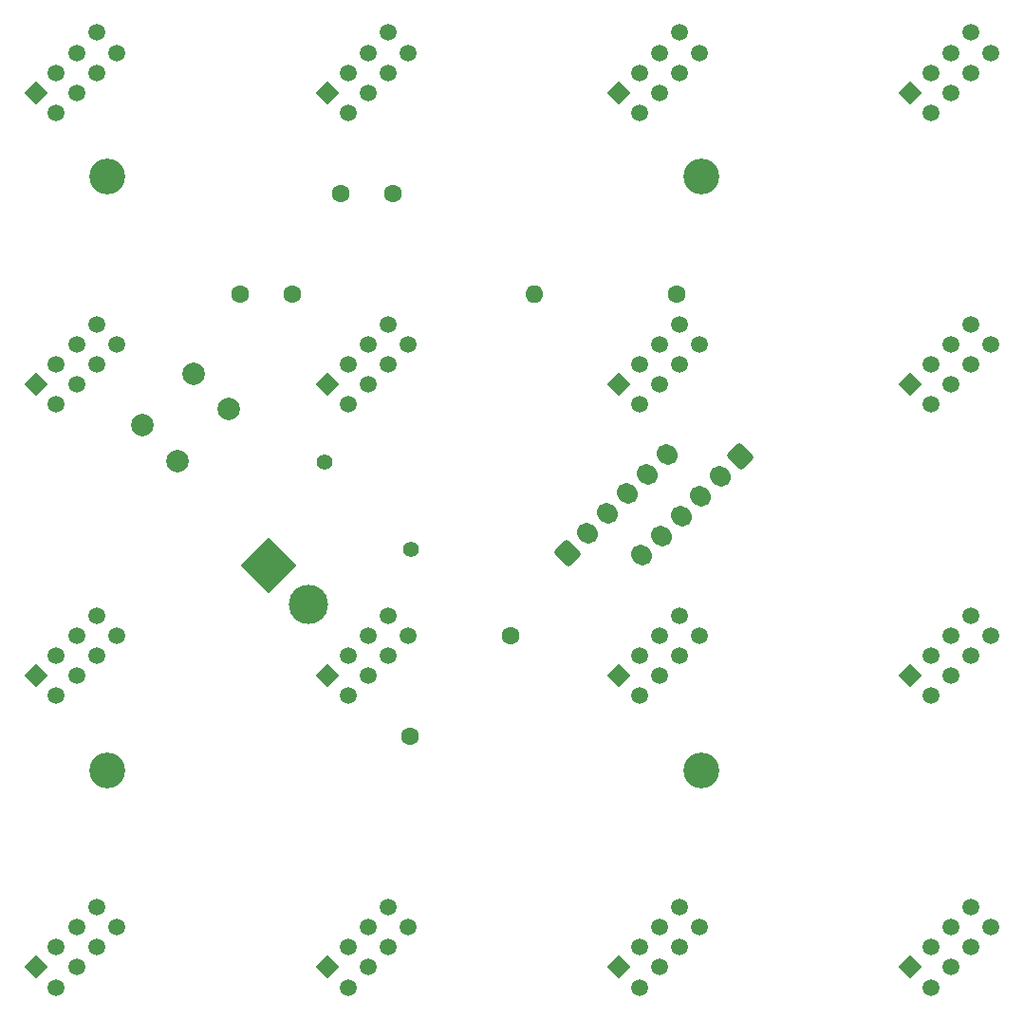
<source format=gbr>
%TF.GenerationSoftware,KiCad,Pcbnew,(6.0.1-0)*%
%TF.CreationDate,2022-09-26T15:58:14+02:00*%
%TF.ProjectId,wifi_camera,77696669-5f63-4616-9d65-72612e6b6963,rev?*%
%TF.SameCoordinates,Original*%
%TF.FileFunction,Soldermask,Bot*%
%TF.FilePolarity,Negative*%
%FSLAX46Y46*%
G04 Gerber Fmt 4.6, Leading zero omitted, Abs format (unit mm)*
G04 Created by KiCad (PCBNEW (6.0.1-0)) date 2022-09-26 15:58:14*
%MOMM*%
%LPD*%
G01*
G04 APERTURE LIST*
G04 Aperture macros list*
%AMRoundRect*
0 Rectangle with rounded corners*
0 $1 Rounding radius*
0 $2 $3 $4 $5 $6 $7 $8 $9 X,Y pos of 4 corners*
0 Add a 4 corners polygon primitive as box body*
4,1,4,$2,$3,$4,$5,$6,$7,$8,$9,$2,$3,0*
0 Add four circle primitives for the rounded corners*
1,1,$1+$1,$2,$3*
1,1,$1+$1,$4,$5*
1,1,$1+$1,$6,$7*
1,1,$1+$1,$8,$9*
0 Add four rect primitives between the rounded corners*
20,1,$1+$1,$2,$3,$4,$5,0*
20,1,$1+$1,$4,$5,$6,$7,0*
20,1,$1+$1,$6,$7,$8,$9,0*
20,1,$1+$1,$8,$9,$2,$3,0*%
%AMHorizOval*
0 Thick line with rounded ends*
0 $1 width*
0 $2 $3 position (X,Y) of the first rounded end (center of the circle)*
0 $4 $5 position (X,Y) of the second rounded end (center of the circle)*
0 Add line between two ends*
20,1,$1,$2,$3,$4,$5,0*
0 Add two circle primitives to create the rounded ends*
1,1,$1,$2,$3*
1,1,$1,$4,$5*%
%AMRotRect*
0 Rectangle, with rotation*
0 The origin of the aperture is its center*
0 $1 length*
0 $2 width*
0 $3 Rotation angle, in degrees counterclockwise*
0 Add horizontal line*
21,1,$1,$2,0,0,$3*%
G04 Aperture macros list end*
%ADD10C,1.600000*%
%ADD11HorizOval,1.600000X0.000000X0.000000X0.000000X0.000000X0*%
%ADD12O,1.600000X1.600000*%
%ADD13C,2.000000*%
%ADD14RotRect,1.500000X1.500000X45.000000*%
%ADD15C,1.500000*%
%ADD16C,3.200000*%
%ADD17C,1.400000*%
%ADD18RotRect,3.500000X3.500000X135.000000*%
%ADD19C,3.500000*%
%ADD20RoundRect,0.250000X0.088388X-0.936916X0.936916X-0.088388X-0.088388X0.936916X-0.936916X0.088388X0*%
%ADD21HorizOval,1.700000X-0.088388X0.088388X0.088388X-0.088388X0*%
%ADD22RoundRect,0.250000X-0.088388X0.936916X-0.936916X0.088388X0.088388X-0.936916X0.936916X-0.088388X0*%
G04 APERTURE END LIST*
D10*
%TO.C,R4*%
X79509872Y-119990128D03*
D11*
X88490128Y-111009872D03*
%TD*%
%TO.C,R3*%
X77990128Y-71519744D03*
D10*
X69009872Y-80500000D03*
%TD*%
D11*
%TO.C,R2*%
X73320384Y-71519744D03*
D10*
X64340128Y-80500000D03*
%TD*%
%TO.C,R1*%
X103350000Y-80500000D03*
D12*
X90650000Y-80500000D03*
%TD*%
D13*
%TO.C,SW1*%
X63389088Y-90792894D03*
X58792894Y-95389088D03*
X60207108Y-87610913D03*
X55610913Y-92207107D03*
%TD*%
D14*
%TO.C,U1*%
X46181981Y-62570134D03*
D15*
X47978032Y-60774083D03*
X49774083Y-58978032D03*
X51570134Y-57181981D03*
X47978032Y-64366185D03*
X49774083Y-62570134D03*
X51570134Y-60774083D03*
X53366185Y-58978032D03*
%TD*%
D14*
%TO.C,U3*%
X46181981Y-114570134D03*
D15*
X47978032Y-112774083D03*
X49774083Y-110978032D03*
X51570134Y-109181981D03*
X47978032Y-116366185D03*
X49774083Y-114570134D03*
X51570134Y-112774083D03*
X53366185Y-110978032D03*
%TD*%
D14*
%TO.C,U14*%
X124181981Y-88570134D03*
D15*
X125978032Y-86774083D03*
X127774083Y-84978032D03*
X129570134Y-83181981D03*
X125978032Y-90366185D03*
X127774083Y-88570134D03*
X129570134Y-86774083D03*
X131366185Y-84978032D03*
%TD*%
D14*
%TO.C,U12*%
X98181981Y-140570134D03*
D15*
X99978032Y-138774083D03*
X101774083Y-136978032D03*
X103570134Y-135181981D03*
X99978032Y-142366185D03*
X101774083Y-140570134D03*
X103570134Y-138774083D03*
X105366185Y-136978032D03*
%TD*%
D14*
%TO.C,U10*%
X98181981Y-88570134D03*
D15*
X99978032Y-86774083D03*
X101774083Y-84978032D03*
X103570134Y-83181981D03*
X99978032Y-90366185D03*
X101774083Y-88570134D03*
X103570134Y-86774083D03*
X105366185Y-84978032D03*
%TD*%
D14*
%TO.C,U16*%
X124181981Y-140570134D03*
D15*
X125978032Y-138774083D03*
X127774083Y-136978032D03*
X129570134Y-135181981D03*
X125978032Y-142366185D03*
X127774083Y-140570134D03*
X129570134Y-138774083D03*
X131366185Y-136978032D03*
%TD*%
D16*
%TO.C,H2*%
X105500000Y-70000000D03*
%TD*%
D14*
%TO.C,U13*%
X124181981Y-62570134D03*
D15*
X125978032Y-60774083D03*
X127774083Y-58978032D03*
X129570134Y-57181981D03*
X125978032Y-64366185D03*
X127774083Y-62570134D03*
X129570134Y-60774083D03*
X131366185Y-58978032D03*
%TD*%
D14*
%TO.C,U15*%
X124181981Y-114570134D03*
D15*
X125978032Y-112774083D03*
X127774083Y-110978032D03*
X129570134Y-109181981D03*
X125978032Y-116366185D03*
X127774083Y-114570134D03*
X129570134Y-112774083D03*
X131366185Y-110978032D03*
%TD*%
D14*
%TO.C,U4*%
X46181981Y-140570134D03*
D15*
X47978032Y-138774083D03*
X49774083Y-136978032D03*
X51570134Y-135181981D03*
X47978032Y-142366185D03*
X49774083Y-140570134D03*
X51570134Y-138774083D03*
X53366185Y-136978032D03*
%TD*%
D14*
%TO.C,U7*%
X72181981Y-114570134D03*
D15*
X73978032Y-112774083D03*
X75774083Y-110978032D03*
X77570134Y-109181981D03*
X73978032Y-116366185D03*
X75774083Y-114570134D03*
X77570134Y-112774083D03*
X79366185Y-110978032D03*
%TD*%
D16*
%TO.C,H4*%
X52500000Y-123000000D03*
%TD*%
D14*
%TO.C,U6*%
X72181981Y-88570134D03*
D15*
X73978032Y-86774083D03*
X75774083Y-84978032D03*
X77570134Y-83181981D03*
X73978032Y-90366185D03*
X75774083Y-88570134D03*
X77570134Y-86774083D03*
X79366185Y-84978032D03*
%TD*%
D14*
%TO.C,U5*%
X72181981Y-62570134D03*
D15*
X73978032Y-60774083D03*
X75774083Y-58978032D03*
X77570134Y-57181981D03*
X73978032Y-64366185D03*
X75774083Y-62570134D03*
X77570134Y-60774083D03*
X79366185Y-58978032D03*
%TD*%
D14*
%TO.C,U2*%
X46181981Y-88570134D03*
D15*
X47978032Y-86774083D03*
X49774083Y-84978032D03*
X51570134Y-83181981D03*
X47978032Y-90366185D03*
X49774083Y-88570134D03*
X51570134Y-86774083D03*
X53366185Y-84978032D03*
%TD*%
D16*
%TO.C,H1*%
X52500000Y-70000000D03*
%TD*%
D14*
%TO.C,U11*%
X98181981Y-114570134D03*
D15*
X99978032Y-112774083D03*
X101774083Y-110978032D03*
X103570134Y-109181981D03*
X99978032Y-116366185D03*
X101774083Y-114570134D03*
X103570134Y-112774083D03*
X105366185Y-110978032D03*
%TD*%
D14*
%TO.C,U9*%
X98181981Y-62570134D03*
D15*
X99978032Y-60774083D03*
X101774083Y-58978032D03*
X103570134Y-57181981D03*
X99978032Y-64366185D03*
X101774083Y-62570134D03*
X103570134Y-60774083D03*
X105366185Y-58978032D03*
%TD*%
D14*
%TO.C,U8*%
X72181981Y-140570134D03*
D15*
X73978032Y-138774083D03*
X75774083Y-136978032D03*
X77570134Y-135181981D03*
X73978032Y-142366185D03*
X75774083Y-140570134D03*
X77570134Y-138774083D03*
X79366185Y-136978032D03*
%TD*%
D16*
%TO.C,H3*%
X105500000Y-123000000D03*
%TD*%
D17*
%TO.C,J1*%
X79647324Y-103280850D03*
X71869149Y-95502676D03*
D18*
X66919402Y-104695064D03*
D19*
X70454936Y-108230598D03*
%TD*%
D20*
%TO.C,J3*%
X93585430Y-103631549D03*
D21*
X95353197Y-101863782D03*
X97120964Y-100096015D03*
X98888731Y-98328248D03*
X100656498Y-96560481D03*
X102424265Y-94792714D03*
%TD*%
D22*
%TO.C,J2*%
X109000000Y-95000000D03*
D21*
X107232233Y-96767767D03*
X105464466Y-98535534D03*
X103696699Y-100303301D03*
X101928932Y-102071068D03*
X100161165Y-103838835D03*
%TD*%
M02*

</source>
